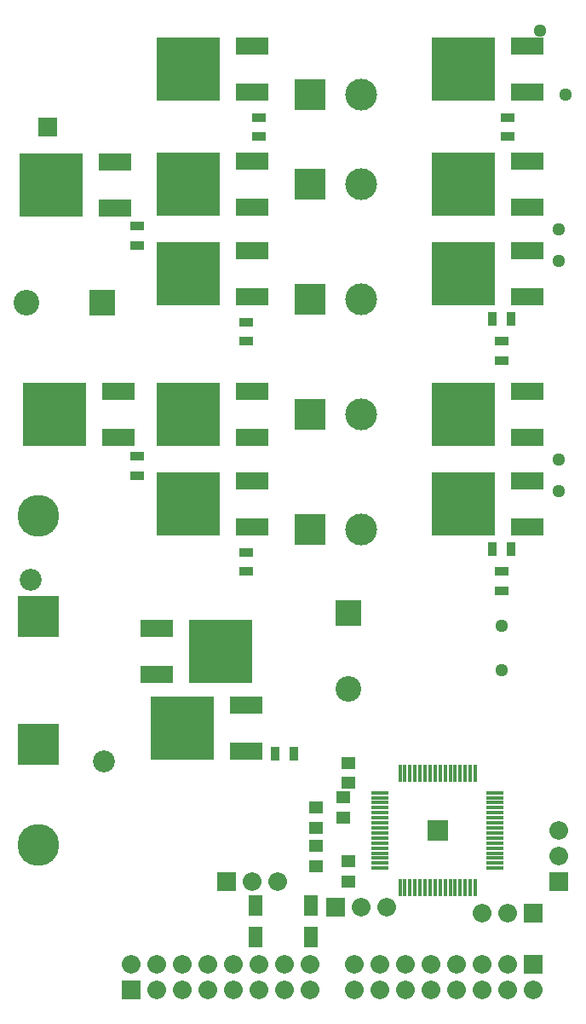
<source format=gts>
G04 #@! TF.FileFunction,Soldermask,Top*
%FSLAX46Y46*%
G04 Gerber Fmt 4.6, Leading zero omitted, Abs format (unit mm)*
G04 Created by KiCad (PCBNEW 4.0.7) date 05/06/19 05:29:45*
%MOMM*%
%LPD*%
G01*
G04 APERTURE LIST*
%ADD10C,0.100000*%
%ADD11R,1.852400X1.852400*%
%ADD12O,1.852400X1.852400*%
%ADD13R,4.152400X4.152400*%
%ADD14C,4.152400*%
%ADD15R,2.552400X2.552400*%
%ADD16C,2.552400*%
%ADD17R,3.200400X1.803400*%
%ADD18R,6.248400X6.248400*%
%ADD19R,3.152400X3.152400*%
%ADD20C,3.152400*%
%ADD21C,2.184400*%
%ADD22C,1.295400*%
%ADD23R,1.452400X2.052400*%
%ADD24R,1.402400X1.152400*%
%ADD25R,0.852400X1.452400*%
%ADD26R,1.452400X0.852400*%
%ADD27R,0.452400X1.652400*%
%ADD28R,1.652400X0.452400*%
%ADD29R,2.100000X2.100000*%
G04 APERTURE END LIST*
D10*
D11*
X160147000Y-153289000D03*
D12*
X160147000Y-155829000D03*
X157607000Y-153289000D03*
X157607000Y-155829000D03*
X155067000Y-153289000D03*
X155067000Y-155829000D03*
X152527000Y-153289000D03*
X152527000Y-155829000D03*
X149987000Y-153289000D03*
X149987000Y-155829000D03*
X147447000Y-153289000D03*
X147447000Y-155829000D03*
X144907000Y-153289000D03*
X144907000Y-155829000D03*
X142367000Y-153289000D03*
X142367000Y-155829000D03*
D11*
X120142000Y-155829000D03*
D12*
X120142000Y-153289000D03*
X122682000Y-155829000D03*
X122682000Y-153289000D03*
X125222000Y-155829000D03*
X125222000Y-153289000D03*
X127762000Y-155829000D03*
X127762000Y-153289000D03*
X130302000Y-155829000D03*
X130302000Y-153289000D03*
X132842000Y-155829000D03*
X132842000Y-153289000D03*
X135382000Y-155829000D03*
X135382000Y-153289000D03*
X137922000Y-155829000D03*
X137922000Y-153289000D03*
D13*
X110934000Y-118682000D03*
D14*
X110934000Y-108682000D03*
D13*
X110934000Y-131382000D03*
D14*
X110934000Y-141382000D03*
D15*
X141732000Y-118364000D03*
D16*
X141732000Y-125864000D03*
D15*
X117284000Y-87566000D03*
D16*
X109784000Y-87566000D03*
D17*
X122682000Y-119888000D03*
D18*
X129032000Y-122174000D03*
D17*
X122682000Y-124460000D03*
X132207000Y-100965000D03*
D18*
X125857000Y-98679000D03*
D17*
X132207000Y-96393000D03*
X132207000Y-78105000D03*
D18*
X125857000Y-75819000D03*
D17*
X132207000Y-73533000D03*
D11*
X140462000Y-147574000D03*
D12*
X143002000Y-147574000D03*
X145542000Y-147574000D03*
D11*
X160147000Y-148209000D03*
D12*
X157607000Y-148209000D03*
X155067000Y-148209000D03*
D11*
X162687000Y-145034000D03*
D12*
X162687000Y-142494000D03*
X162687000Y-139954000D03*
D19*
X137922000Y-98679000D03*
D20*
X143002000Y-98679000D03*
D19*
X137922000Y-110109000D03*
D20*
X143002000Y-110109000D03*
D19*
X137922000Y-87249000D03*
D20*
X143002000Y-87249000D03*
D19*
X137922000Y-75819000D03*
D20*
X143002000Y-75819000D03*
D19*
X137922000Y-66929000D03*
D20*
X143002000Y-66929000D03*
D21*
X117442000Y-133079000D03*
X110142000Y-115079000D03*
D17*
X131572000Y-132080000D03*
D18*
X125222000Y-129794000D03*
D17*
X131572000Y-127508000D03*
X118872000Y-100965000D03*
D18*
X112522000Y-98679000D03*
D17*
X118872000Y-96393000D03*
X132207000Y-109855000D03*
D18*
X125857000Y-107569000D03*
D17*
X132207000Y-105283000D03*
X118554000Y-78168500D03*
D18*
X112204000Y-75882500D03*
D17*
X118554000Y-73596500D03*
X132207000Y-86995000D03*
D18*
X125857000Y-84709000D03*
D17*
X132207000Y-82423000D03*
X159512000Y-100965000D03*
D18*
X153162000Y-98679000D03*
D17*
X159512000Y-96393000D03*
X159512000Y-109855000D03*
D18*
X153162000Y-107569000D03*
D17*
X159512000Y-105283000D03*
X159512000Y-86995000D03*
D18*
X153162000Y-84709000D03*
D17*
X159512000Y-82423000D03*
X159512000Y-78105000D03*
D18*
X153162000Y-75819000D03*
D17*
X159512000Y-73533000D03*
X132207000Y-66675000D03*
D18*
X125857000Y-64389000D03*
D17*
X132207000Y-62103000D03*
X159512000Y-66675000D03*
D18*
X153162000Y-64389000D03*
D17*
X159512000Y-62103000D03*
D22*
X156972000Y-124079000D03*
X156972000Y-119634000D03*
X162687000Y-103124000D03*
X162687000Y-106299000D03*
X162687000Y-80264000D03*
X162687000Y-83439000D03*
X160782000Y-60579000D03*
X163322000Y-66929000D03*
D23*
X132505000Y-150571000D03*
X138005000Y-150571000D03*
X138005000Y-147371000D03*
X132505000Y-147371000D03*
D24*
X141732000Y-143018000D03*
X141732000Y-145018000D03*
X138557000Y-141494000D03*
X138557000Y-143494000D03*
X138557000Y-137684000D03*
X138557000Y-139684000D03*
X141224000Y-136668000D03*
X141224000Y-138668000D03*
X141732000Y-135239000D03*
X141732000Y-133239000D03*
D25*
X134432000Y-132334000D03*
X136332000Y-132334000D03*
D26*
X120777000Y-102809000D03*
X120777000Y-104709000D03*
X131572000Y-112334000D03*
X131572000Y-114234000D03*
X120777000Y-79949000D03*
X120777000Y-81849000D03*
X131572000Y-89474000D03*
X131572000Y-91374000D03*
X156972000Y-114239000D03*
X156972000Y-116139000D03*
D25*
X157922000Y-112014000D03*
X156022000Y-112014000D03*
X157922000Y-89154000D03*
X156022000Y-89154000D03*
D26*
X156972000Y-91379000D03*
X156972000Y-93279000D03*
X132842000Y-69154000D03*
X132842000Y-71054000D03*
X157607000Y-69154000D03*
X157607000Y-71054000D03*
D11*
X129667000Y-145034000D03*
D12*
X132207000Y-145034000D03*
X134747000Y-145034000D03*
D11*
X111887000Y-70104000D03*
D27*
X146872000Y-145654000D03*
X147372000Y-145654000D03*
X147872000Y-145654000D03*
X148372000Y-145654000D03*
X148872000Y-145654000D03*
X149372000Y-145654000D03*
X149872000Y-145654000D03*
X150372000Y-145654000D03*
X150872000Y-145654000D03*
X151372000Y-145654000D03*
X151872000Y-145654000D03*
X152372000Y-145654000D03*
X152872000Y-145654000D03*
X153372000Y-145654000D03*
X153872000Y-145654000D03*
X154372000Y-145654000D03*
D28*
X156322000Y-143704000D03*
X156322000Y-143204000D03*
X156322000Y-142704000D03*
X156322000Y-142204000D03*
X156322000Y-141704000D03*
X156322000Y-141204000D03*
X156322000Y-140704000D03*
X156322000Y-140204000D03*
X156322000Y-139704000D03*
X156322000Y-139204000D03*
X156322000Y-138704000D03*
X156322000Y-138204000D03*
X156322000Y-137704000D03*
X156322000Y-137204000D03*
X156322000Y-136704000D03*
X156322000Y-136204000D03*
D27*
X154372000Y-134254000D03*
X153872000Y-134254000D03*
X153372000Y-134254000D03*
X152872000Y-134254000D03*
X152372000Y-134254000D03*
X151872000Y-134254000D03*
X151372000Y-134254000D03*
X150872000Y-134254000D03*
X150372000Y-134254000D03*
X149872000Y-134254000D03*
X149372000Y-134254000D03*
X148872000Y-134254000D03*
X148372000Y-134254000D03*
X147872000Y-134254000D03*
X147372000Y-134254000D03*
X146872000Y-134254000D03*
D28*
X144922000Y-136204000D03*
X144922000Y-136704000D03*
X144922000Y-137204000D03*
X144922000Y-137704000D03*
X144922000Y-138204000D03*
X144922000Y-138704000D03*
X144922000Y-139204000D03*
X144922000Y-139704000D03*
X144922000Y-140204000D03*
X144922000Y-140704000D03*
X144922000Y-141204000D03*
X144922000Y-141704000D03*
X144922000Y-142204000D03*
X144922000Y-142704000D03*
X144922000Y-143204000D03*
X144922000Y-143704000D03*
D29*
X150622000Y-139954000D03*
M02*

</source>
